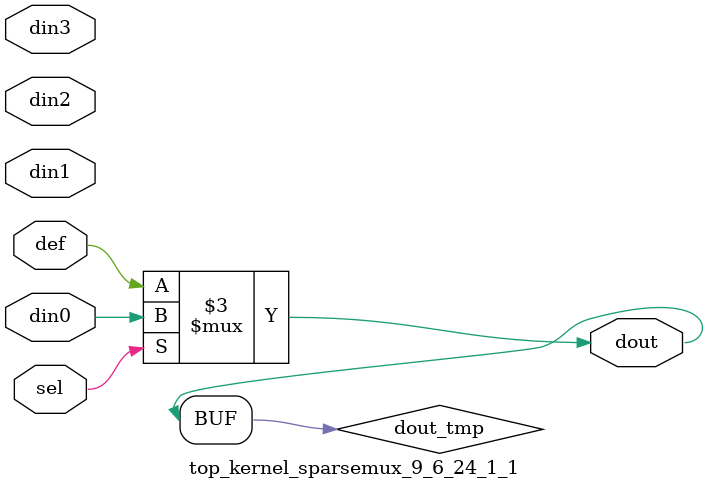
<source format=v>
`timescale 1ns / 1ps

module top_kernel_sparsemux_9_6_24_1_1 (din0,din1,din2,din3,def,sel,dout);

parameter din0_WIDTH = 1;

parameter din1_WIDTH = 1;

parameter din2_WIDTH = 1;

parameter din3_WIDTH = 1;

parameter def_WIDTH = 1;
parameter sel_WIDTH = 1;
parameter dout_WIDTH = 1;

parameter [sel_WIDTH-1:0] CASE0 = 1;

parameter [sel_WIDTH-1:0] CASE1 = 1;

parameter [sel_WIDTH-1:0] CASE2 = 1;

parameter [sel_WIDTH-1:0] CASE3 = 1;

parameter ID = 1;
parameter NUM_STAGE = 1;



input [din0_WIDTH-1:0] din0;

input [din1_WIDTH-1:0] din1;

input [din2_WIDTH-1:0] din2;

input [din3_WIDTH-1:0] din3;

input [def_WIDTH-1:0] def;
input [sel_WIDTH-1:0] sel;

output [dout_WIDTH-1:0] dout;



reg [dout_WIDTH-1:0] dout_tmp;


always @ (*) begin
(* parallel_case *) case (sel)
    
    CASE0 : dout_tmp = din0;
    
    CASE1 : dout_tmp = din1;
    
    CASE2 : dout_tmp = din2;
    
    CASE3 : dout_tmp = din3;
    
    default : dout_tmp = def;
endcase
end


assign dout = dout_tmp;



endmodule

</source>
